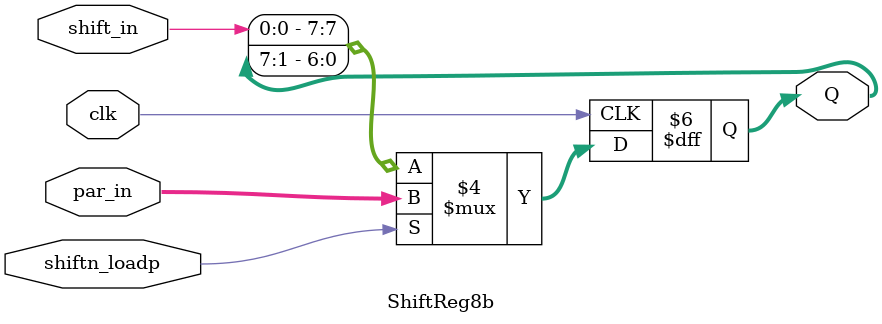
<source format=v>
module ShiftReg8b(
    input       clk,
    input       shiftn_loadp,
    input       shift_in,
    input [7:0] par_in,
    output reg [7:0] Q
);

    always @(posedge clk) begin
        if (shiftn_loadp == 1'b0) begin
            Q <= {shift_in, Q[7:1]};
        end else begin
            Q <= par_in;
        end
    end

endmodule

</source>
